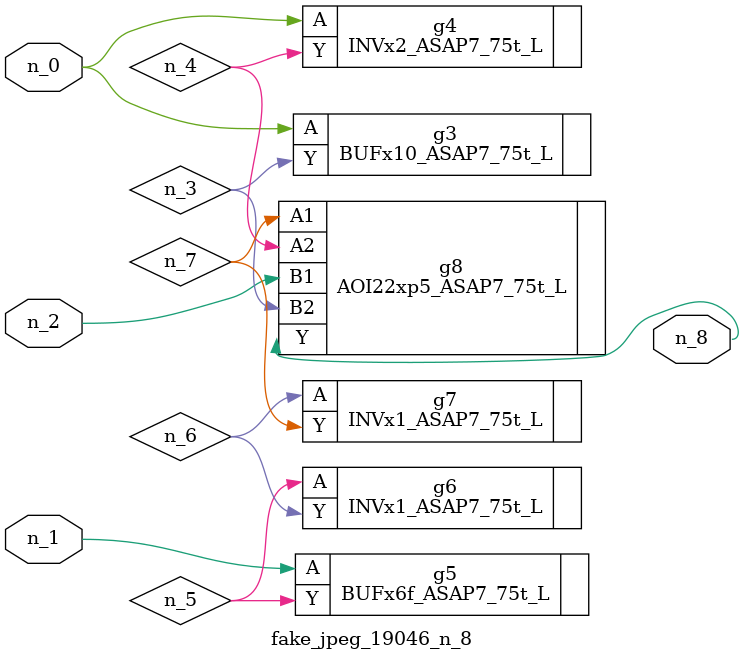
<source format=v>
module fake_jpeg_19046_n_8 (n_0, n_2, n_1, n_8);

input n_0;
input n_2;
input n_1;

output n_8;

wire n_3;
wire n_4;
wire n_6;
wire n_5;
wire n_7;

BUFx10_ASAP7_75t_L g3 ( 
.A(n_0),
.Y(n_3)
);

INVx2_ASAP7_75t_L g4 ( 
.A(n_0),
.Y(n_4)
);

BUFx6f_ASAP7_75t_L g5 ( 
.A(n_1),
.Y(n_5)
);

INVx1_ASAP7_75t_L g6 ( 
.A(n_5),
.Y(n_6)
);

INVx1_ASAP7_75t_L g7 ( 
.A(n_6),
.Y(n_7)
);

AOI22xp5_ASAP7_75t_L g8 ( 
.A1(n_7),
.A2(n_4),
.B1(n_2),
.B2(n_3),
.Y(n_8)
);


endmodule
</source>
